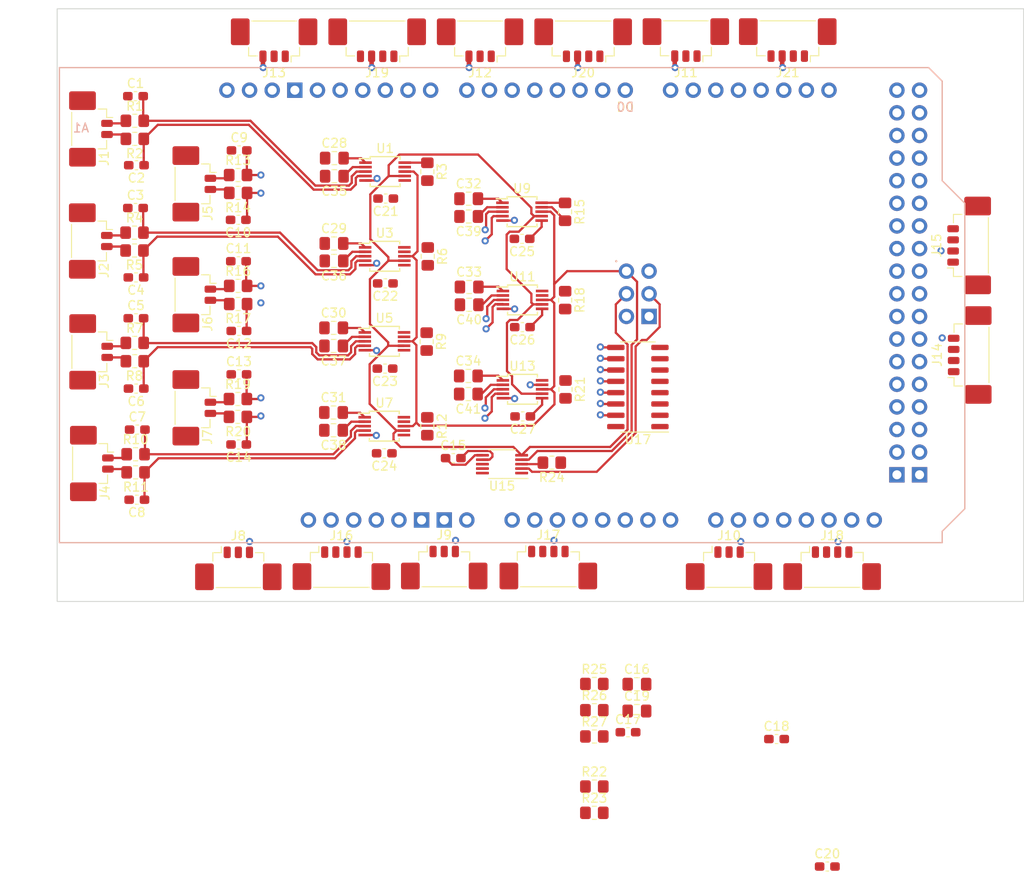
<source format=kicad_pcb>
(kicad_pcb (version 20221018) (generator pcbnew)
  (layers (0 "F.Cu" mixed) (1 "In1.Cu" signal) (2 "In2.Cu" power) (31 "B.Cu" mixed) (34 "B.Paste" user) (35 "F.Paste" user) (36 "B.SilkS" user "B.Silkscreen") (37 "F.SilkS" user "F.Silkscreen") (38 "B.Mask" user) (39 "F.Mask" user) (44 "Edge.Cuts" user))
  (net 0 "")
  (net 1 "/Radio/RX")
  (net 2 "/Radio/TX")
  (net 3 "/Motor Controller Connectors/MOTOR_SP1")
  (net 4 "/Motor Controller Connectors/MOTOR_SP2")
  (net 5 "/Motor Controller Connectors/MOTOR_SP3")
  (net 6 "/Motor Controller Connectors/MOTOR_SP4")
  (net 7 "/Motor Controller Connectors/MOTOR_SP5")
  (net 8 "/Motor Controller Connectors/MOTOR_SP6")
  (net 9 "/Motor Controller Connectors/DIR_LEFT")
  (net 10 "/Motor Controller Connectors/DIR_RIGHT")
  (net 11 "/Motor Encoders/CHA1")
  (net 12 "/Motor Encoders/CHB1")
  (net 13 "/Motor Encoders/CHA2")
  (net 14 "/Motor Encoders/CHB2")
  (net 15 "/Motor Encoders/CHA3")
  (net 16 "/Motor Encoders/CHB3")
  (net 17 "/Motor Encoders/CHA4")
  (net 18 "/Motor Encoders/CHB4")
  (net 19 "/Motor Encoders/CHA5")
  (net 20 "/Motor Encoders/CHB5")
  (net 21 "/Motor Encoders/CHA6")
  (net 22 "/Motor Encoders/CHB6")
  (net 23 "/Diff_Encoder/ENC-A")
  (net 24 "/Diff_Encoder/ENC-B")
  (net 25 "/MOSI")
  (net 26 "Net-(U16-SS_TR)")
  (net 27 "Net-(U16-FB)")
  (net 28 "Net-(J1-Pin_1)")
  (net 29 "Net-(J1-Pin_2)")
  (net 30 "/ADC/CS")
  (net 31 "Net-(J2-Pin_1)")
  (net 32 "Net-(J2-Pin_2)")
  (net 33 "/ADC1/CS")
  (net 34 "Net-(J3-Pin_1)")
  (net 35 "Net-(J3-Pin_2)")
  (net 36 "/ADC2/CS")
  (net 37 "Net-(J4-Pin_1)")
  (net 38 "Net-(J4-Pin_2)")
  (net 39 "/Vsense/ALERT")
  (net 40 "/ADC3/CS")
  (net 41 "Net-(J5-Pin_1)")
  (net 42 "GND")
  (net 43 "+5V")
  (net 44 "+BATT")
  (net 45 "Net-(U15-IN-)")
  (net 46 "+1V8")
  (net 47 "Net-(U13-Ain+)")
  (net 48 "Net-(U13-Ain-)")
  (net 49 "/CLK")
  (net 50 "/MISO")
  (net 51 "Net-(J5-Pin_2)")
  (net 52 "Net-(U11-Ain+)")
  (net 53 "Net-(U11-Ain-)")
  (net 54 "/ADC4/CS")
  (net 55 "Net-(U9-Ain+)")
  (net 56 "Net-(U9-Ain-)")
  (net 57 "Net-(J6-Pin_1)")
  (net 58 "Net-(U7-Ain+)")
  (net 59 "Net-(U7-Ain-)")
  (net 60 "Net-(J6-Pin_2)")
  (net 61 "Net-(U1-Ain+)")
  (net 62 "Net-(U1-Ain-)")
  (net 63 "/ADC5/CS")
  (net 64 "Net-(U5-Ain+)")
  (net 65 "Net-(U5-Ain-)")
  (net 66 "Net-(J7-Pin_1)")
  (net 67 "Net-(U3-Ain+)")
  (net 68 "Net-(U3-Ain-)")
  (net 69 "Net-(J7-Pin_2)")
  (net 70 "/ADC6/CS")
  (net 71 "Net-(U16-PG)")
  (net 72 "/Mux/Y7")
  (net 105 "/Mux/A0")
  (net 106 "/Mux/A1")
  (net 107 "/Mux/A2")
  (net 108 "/Mux/EN")
  (footprint "Connector_Molex:Molex_PicoBlade_53398-0371_1x03-1MP_P1.25mm_Vertical" (layer "F.Cu") (at 53.096 81.0754)
    (fp_text reference "J8")
    (fp_text value "Conn_01x03")
  )
  (footprint "Capacitor_SMD:C_0805_2012Metric_Pad1.18x1.45mm_HandSolder" (layer "F.Cu") (at 78.9119 62.057 180)
    (fp_text reference "C41")
    (fp_text value "1u")
  )
  (footprint "Package_SO:MSOP-10_3x3mm_P0.5mm" (layer "F.Cu") (at 69.5667 37.0746)
    (fp_text reference "U1")
    (fp_text value "MCP33151")
  )
  (footprint "Package_SO:VSSOP-10_3x3mm_P0.5mm" (layer "F.Cu") (at 82.6876 69.9262 180)
    (fp_text reference "U15")
    (fp_text value "INA229")
  )
  (footprint "Connector_Molex:Molex_PicoBlade_53398-0271_1x02-1MP_P1.25mm_Vertical" (layer "F.Cu") (at 37.0874 44.8718 -90)
    (fp_text reference "J2")
    (fp_text value "Conn_01x02")
  )
  (footprint "Capacitor_SMD:C_0805_2012Metric_Pad1.18x1.45mm_HandSolder" (layer "F.Cu") (at 63.7794 66.121 180)
    (fp_text reference "C38")
    (fp_text value "1u")
  )
  (footprint "Connector_Molex:Molex_PicoBlade_53398-0271_1x02-1MP_P1.25mm_Vertical" (layer "F.Cu") (at 48.7084 38.4556 -90)
    (fp_text reference "J5")
    (fp_text value "Conn_01x02")
  )
  (footprint "Resistor_SMD:R_0805_2012Metric_Pad1.20x1.40mm_HandSolder" (layer "F.Cu") (at 89.8105 61.5348 -90)
    (fp_text reference "R21")
    (fp_text value "10K")
  )
  (footprint "Capacitor_SMD:C_0805_2012Metric_Pad1.18x1.45mm_HandSolder" (layer "F.Cu") (at 63.795 56.658 180)
    (fp_text reference "C37")
    (fp_text value "1u")
  )
  (footprint "Connector_Molex:Molex_PicoBlade_53398-0371_1x03-1MP_P1.25mm_Vertical" (layer "F.Cu") (at 57.11 22.882 180)
    (fp_text reference "J13")
    (fp_text value "Conn_01x03")
  )
  (footprint "Connector_Molex:Molex_PicoBlade_53398-0471_1x04-1MP_P1.25mm_Vertical" (layer "F.Cu") (at 134.62 57.668 90)
    (fp_text reference "J14")
    (fp_text value "Conn_01x04")
  )
  (footprint "Connector_Molex:Molex_PicoBlade_53398-0271_1x02-1MP_P1.25mm_Vertical" (layer "F.Cu") (at 37.1294 57.3178 -90)
    (fp_text reference "J3")
    (fp_text value "Conn_01x02")
  )
  (footprint "Package_SO:MSOP-10_3x3mm_P0.5mm" (layer "F.Cu") (at 84.9337 41.5798)
    (fp_text reference "U9")
    (fp_text value "MCP33151")
  )
  (footprint "Capacitor_SMD:C_0603_1608Metric_Pad1.08x0.95mm_HandSolder" (layer "F.Cu") (at 53.0871 42.4942 180)
    (fp_text reference "C10")
    (fp_text value "2.2n")
  )
  (footprint "Capacitor_SMD:C_0603_1608Metric_Pad1.08x0.95mm_HandSolder" (layer "F.Cu") (at 41.5589 28.6058)
    (fp_text reference "C1")
    (fp_text value "2.2n")
  )
  (footprint "Resistor_SMD:R_0805_2012Metric_Pad1.20x1.40mm_HandSolder" (layer "F.Cu") (at 53.0755 49.911)
    (fp_text reference "R16")
    (fp_text value "15")
  )
  (footprint "Capacitor_SMD:C_0805_2012Metric_Pad1.18x1.45mm_HandSolder" (layer "F.Cu") (at 63.8302 47.1076 180)
    (fp_text reference "C36")
    (fp_text value "1u")
  )
  (footprint "Package_SO:MSOP-10_3x3mm_P0.5mm" (layer "F.Cu") (at 69.5257 46.5836)
    (fp_text reference "U3")
    (fp_text value "MCP33151")
  )
  (footprint "Resistor_SMD:R_0805_2012Metric_Pad1.20x1.40mm_HandSolder" (layer "F.Cu") (at 53.0672 37.465)
    (fp_text reference "R13")
    (fp_text value "15")
  )
  (footprint "Resistor_SMD:R_0805_2012Metric_Pad1.20x1.40mm_HandSolder" (layer "F.Cu") (at 93.0448 94.6052)
    (fp_text reference "R25")
    (fp_text value "100k")
  )
  (footprint "arduino-library:Arduino_Mega2560_R3_Shield" (layer "F.Cu") (at 33.02 78.74)
    (fp_text reference "A1")
    (fp_text value "Arduino_Mega2560_R3_Shield")
  )
  (footprint "Resistor_SMD:R_0805_2012Metric_Pad1.20x1.40mm_HandSolder" (layer "F.Cu") (at 93.0448 100.5052)
    (fp_text reference "R27")
    (fp_text value "100k")
  )
  (footprint "Capacitor_SMD:C_0603_1608Metric_Pad1.08x0.95mm_HandSolder" (layer "F.Cu") (at 41.5567 41.1634)
    (fp_text reference "C3")
    (fp_text value "2.2n")
  )
  (footprint "Resistor_SMD:R_0805_2012Metric_Pad1.20x1.40mm_HandSolder" (layer "F.Cu") (at 74.3067 37.0906 -90)
    (fp_text reference "R3")
    (fp_text value "10K")
  )
  (footprint "Capacitor_SMD:C_0603_1608Metric_Pad1.08x0.95mm_HandSolder" (layer "F.Cu") (at 41.6063 53.5432)
    (fp_text reference "C5")
    (fp_text value "2.2n")
  )
  (footprint "Package_SO:MSOP-10_3x3mm_P0.5mm" (layer "F.Cu") (at 69.4905 56.134)
    (fp_text reference "U5")
    (fp_text value "MCP33151")
  )
  (footprint "Capacitor_SMD:C_0603_1608Metric_Pad1.08x0.95mm_HandSolder" (layer "F.Cu") (at 53.1622 59.8424)
    (fp_text reference "C13")
    (fp_text value "2.2n")
  )
  (footprint "Package_SO:SOIC-16_3.9x9.9mm_P1.27mm" (layer "F.Cu") (at 97.9312 61.2648 180)
    (fp_text reference "U17")
    (fp_text value "74HC138")
  )
  (footprint "Resistor_SMD:R_0805_2012Metric_Pad1.20x1.40mm_HandSolder" (layer "F.Cu") (at 74.3009 65.675 -90)
    (fp_text reference "R12")
    (fp_text value "10K")
  )
  (footprint "Capacitor_SMD:C_0603_1608Metric_Pad1.08x0.95mm_HandSolder" (layer "F.Cu") (at 69.558 59.198 180)
    (fp_text reference "C23")
    (fp_text value "0.1u")
  )
  (footprint "Capacitor_SMD:C_0603_1608Metric_Pad1.08x0.95mm_HandSolder" (layer "F.Cu") (at 85.011 64.5668 180)
    (fp_text reference "C27")
    (fp_text value "0.1u")
  )
  (footprint "Capacitor_SMD:C_0603_1608Metric_Pad1.08x0.95mm_HandSolder" (layer "F.Cu") (at 41.6306 61.4426 180)
    (fp_text reference "C6")
    (fp_text value "2.2n")
  )
  (footprint "Capacitor_SMD:C_0805_2012Metric_Pad1.18x1.45mm_HandSolder" (layer "F.Cu") (at 63.8712 37.5986 180)
    (fp_text reference "C35")
    (fp_text value "1u")
  )
  (footprint "Capacitor_SMD:C_0603_1608Metric_Pad1.08x0.95mm_HandSolder" (layer "F.Cu") (at 84.9337 44.6278 180)
    (fp_text reference "C25")
    (fp_text value "0.1u")
  )
  (footprint "Connector_Molex:Molex_PicoBlade_53398-0371_1x03-1MP_P1.25mm_Vertical" (layer "F.Cu") (at 103.318 22.86 180)
    (fp_text reference "J11")
    (fp_text value "Conn_01x03")
  )
  (footprint "Package_SO:MSOP-10_3x3mm_P0.5mm" (layer "F.Cu") (at 84.9845 61.5188)
    (fp_text reference "U13")
    (fp_text value "MCP33151")
  )
  (footprint "Resistor_SMD:R_0805_2012Metric_Pad1.20x1.40mm_HandSolder" (layer "F.Cu") (at 93.0448 97.5552)
    (fp_text reference "R26")
    (fp_text value "200k")
  )
  (footprint "Connector_Molex:Molex_PicoBlade_53398-0271_1x02-1MP_P1.25mm_Vertical" (layer "F.Cu") (at 37.209 69.8554 -90)
    (fp_text reference "J4")
    (fp_text value "Conn_01x02")
  )
  (footprint "Connector_Molex:Molex_PicoBlade_53398-0471_1x04-1MP_P1.25mm_Vertical" (layer "F.Cu") (at 68.677 22.882 180)
    (fp_text reference "J19")
    (fp_text value "Conn_01x04")
  )
  (footprint "Resistor_SMD:R_0805_2012Metric_Pad1.20x1.40mm_HandSolder" (layer "F.Cu") (at 74.3517 46.5996 -90)
    (fp_text reference "R6")
    (fp_text value "10K")
  )
  (footprint "Resistor_SMD:R_0805_2012Metric_Pad1.20x1.40mm_HandSolder" (layer "F.Cu") (at 53.0755 51.947)
    (fp_text reference "R17")
    (fp_text value "15")
  )
  (footprint "Capacitor_SMD:C_0603_1608Metric_Pad1.08x0.95mm_HandSolder" (layer "F.Cu") (at 69.4749 68.707 180)
    (fp_text reference "C24")
    (fp_text value "0.1u")
  )
  (footprint "Capacitor_SMD:C_0603_1608Metric_Pad1.08x0.95mm_HandSolder" (layer "F.Cu") (at 113.4948 100.7912)
    (fp_text reference "C18")
    (fp_text value "10p")
  )
  (footprint "Resistor_SMD:R_0805_2012Metric_Pad1.20x1.40mm_HandSolder" (layer "F.Cu") (at 41.4468 43.932)
    (fp_text reference "R4")
    (fp_text value "15")
  )
  (footprint "Capacitor_SMD:C_0603_1608Metric_Pad1.08x0.95mm_HandSolder" (layer "F.Cu") (at 53.1114 47.1424)
    (fp_text reference "C11")
    (fp_text value "2.2n")
  )
  (footprint "Resistor_SMD:R_0805_2012Metric_Pad1.20x1.40mm_HandSolder" (layer "F.Cu") (at 41.4814 31.3733)
    (fp_text reference "R1")
    (fp_text value "15")
  )
  (footprint "Capacitor_SMD:C_0805_2012Metric_Pad1.18x1.45mm_HandSolder" (layer "F.Cu") (at 78.9471 40.124)
    (fp_text reference "C32")
    (fp_text value "10u")
  )
  (footprint "Resistor_SMD:R_0805_2012Metric_Pad1.20x1.40mm_HandSolder" (layer "F.Cu") (at 89.7695 51.5098 -90)
    (fp_text reference "R18")
    (fp_text value "10K")
  )
  (footprint "Capacitor_SMD:C_0805_2012Metric_Pad1.18x1.45mm_HandSolder" (layer "F.Cu") (at 97.8248 94.6352)
    (fp_text reference "C16")
    (fp_text value "10u")
  )
  (footprint "Capacitor_SMD:C_0805_2012Metric_Pad1.18x1.45mm_HandSolder" (layer "F.Cu") (at 78.9979 50.038)
    (fp_text reference "C33")
    (fp_text value "10u")
  )
  (footprint "Resistor_SMD:R_0805_2012Metric_Pad1.20x1.40mm_HandSolder" (layer "F.Cu") (at 41.4468 45.9386)
    (fp_text reference "R5")
    (fp_text value "15")
  )
  (footprint "Capacitor_SMD:C_0805_2012Metric_Pad1.18x1.45mm_HandSolder" (layer "F.Cu") (at 78.9979 52.032 180)
    (fp_text reference "C40")
    (fp_text value "1u")
  )
  (footprint "Capacitor_SMD:C_0805_2012Metric_Pad1.18x1.45mm_HandSolder" (layer "F.Cu") (at 63.8712 35.5666)
    (fp_text reference "C28")
    (fp_text value "10u")
  )
  (footprint "Capacitor_SMD:C_0603_1608Metric_Pad1.08x0.95mm_HandSolder" (layer "F.Cu") (at 53.1887 34.6964)
    (fp_text reference "C9")
    (fp_text value "2.2n")
  )
  (footprint "Resistor_SMD:R_0805_2012Metric_Pad1.20x1.40mm_HandSolder" (layer "F.Cu") (at 41.4814 33.4053)
    (fp_text reference "R2")
    (fp_text value "15")
  )
  (footprint "Capacitor_SMD:C_0603_1608Metric_Pad1.08x0.95mm_HandSolder" (layer "F.Cu") (at 119.1878 115.1052)
    (fp_text reference "C20")
    (fp_text value "0.1u")
  )
  (footprint "Connector_Molex:Molex_PicoBlade_53398-0371_1x03-1MP_P1.25mm_Vertical" (layer "F.Cu") (at 76.2 80.984)
    (fp_text reference "J9")
    (fp_text value "Conn_01x03")
  )
  (footprint "Connector_Molex:Molex_PicoBlade_53398-0471_1x04-1MP_P1.25mm_Vertical" (layer "F.Cu") (at 119.731 81.05)
    (fp_text reference "J18")
    (fp_text value "Conn_01x04")
  )
  (footprint "Resistor_SMD:R_0805_2012Metric_Pad1.20x1.40mm_HandSolder" (layer "F.Cu") (at 93.0448 109.0752)
    (fp_text reference "R23")
    (fp_text value "R")
  )
  (footprint "Package_SO:MSOP-10_3x3mm_P0.5mm" (layer "F.Cu") (at 69.4749 65.659)
    (fp_text reference "U7")
    (fp_text value "MCP33151")
  )
  (footprint "Capacitor_SMD:C_0603_1608Metric_Pad1.08x0.95mm_HandSolder" (layer "F.Cu") (at 41.6594 36.3628 180)
    (fp_text reference "C2")
    (fp_text value "2.2n")
  )
  (footprint "Capacitor_SMD:C_0603_1608Metric_Pad1.08x0.95mm_HandSolder" (layer "F.Cu") (at 53.1368 67.7164 180)
    (fp_text reference "C14")
    (fp_text value "2.2n")
  )
  (footprint "Capacitor_SMD:C_0603_1608Metric_Pad1.08x0.95mm_HandSolder" (layer "F.Cu") (at 84.97 54.5418 180)
    (fp_text reference "C26")
    (fp_text value "0.1u")
  )
  (footprint "Capacitor_SMD:C_0805_2012Metric_Pad1.18x1.45mm_HandSolder" (layer "F.Cu") (at 97.8248 97.6452)
    (fp_text reference "C19")
    (fp_text value "22u")
  )
  (footprint "Resistor_SMD:R_0805_2012Metric_Pad1.20x1.40mm_HandSolder" (layer "F.Cu") (at 41.5684 68.814)
    (fp_text reference "R10")
    (fp_text value "15")
  )
  (footprint "Connector_Molex:Molex_PicoBlade_53398-0471_1x04-1MP_P1.25mm_Vertical" (layer "F.Cu") (at 87.884 80.984)
    (fp_text reference "J17")
    (fp_text value "Conn_01x04")
  )
  (footprint "Resistor_SMD:R_0805_2012Metric_Pad1.20x1.40mm_HandSolder" (layer "F.Cu") (at 74.2305 56.166 -90)
    (fp_text reference "R9")
    (fp_text value "10K")
  )
  (footprint "Capacitor_SMD:C_0805_2012Metric_Pad1.18x1.45mm_HandSolder" (layer "F.Cu") (at 78.9471 42.118 180)
    (fp_text reference "C39")
    (fp_text value "1u")
  )
  (footprint "Capacitor_SMD:C_0603_1608Metric_Pad1.08x0.95mm_HandSolder" (layer "F.Cu") (at 41.7567 66.0454)
    (fp_text reference "C7")
    (fp_text value "2.2n")
  )
  (footprint "Connector_Molex:Molex_PicoBlade_53398-0371_1x03-1MP_P1.25mm_Vertical" (layer "F.Cu") (at 108.164 81.05)
    (fp_text reference "J10")
    (fp_text value "Conn_01x03")
  )
  (footprint "Capacitor_SMD:C_0805_2012Metric_Pad1.18x1.45mm_HandSolder" (layer "F.Cu") (at 63.795 54.626)
    (fp_text reference "C30")
    (fp_text value "10u")
  )
  (footprint "Capacitor_SMD:C_0603_1608Metric_Pad1.08x0.95mm_HandSolder" (layer "F.Cu") (at 69.5932 49.6316 180)
    (fp_text reference "C22")
    (fp_text value "0.1u")
  )
  (footprint "Capacitor_SMD:C_0805_2012Metric_Pad1.18x1.45mm_HandSolder" (layer "F.Cu") (at 78.9119 60.025)
    (fp_text reference "C34")
    (fp_text value "10u")
  )
  (footprint "Capacitor_SMD:C_0603_1608Metric_Pad1.08x0.95mm_HandSolder" (layer "F.Cu") (at 53.1622 54.9656 180)
    (fp_text reference "C12")
    (fp_text value "2.2n")
  )
  (footprint "Resistor_SMD:R_0805_2012Metric_Pad1.20x1.40mm_HandSolder" (layer "F.Cu") (at 41.4716 56.3118)
    (fp_text reference "R7")
    (fp_text value "15")
  )
  (footprint "Capacitor_SMD:C_0603_1608Metric_Pad1.08x0.95mm_HandSolder" (layer "F.Cu") (at 41.7059 73.9194 180)
    (fp_text reference "C8")
    (fp_text value "2.2n")
  )
  (footprint "Connector_Molex:Molex_PicoBlade_53398-0471_1x04-1MP_P1.25mm_Vertical" (layer "F.Cu") (at 114.748 22.86 180)
    (fp_text reference "J21")
    (fp_text value "Conn_01x04")
  )
  (footprint "Capacitor_SMD:C_0603_1608Metric_Pad1.08x0.95mm_HandSolder" (layer "F.Cu") (at 77.2161 69.2502)
    (fp_text reference "C15")
    (fp_text value "100n")
  )
  (footprint "Resistor_SMD:R_0805_2012Metric_Pad1.20x1.40mm_HandSolder" (layer "F.Cu") (at 89.7597 41.5958 -90)
    (fp_text reference "R15")
    (fp_text value "10K")
  )
  (footprint "Connector_Molex:Molex_PicoBlade_53398-0471_1x04-1MP_P1.25mm_Vertical" (layer "F.Cu") (at 64.663 81.05)
    (fp_text reference "J16")
    (fp_text value "Conn_01x04")
  )
  (footprint "Capacitor_SMD:C_0603_1608Metric_Pad1.08x0.95mm_HandSolder" (layer "F.Cu") (at 96.8248 100.0252)
    (fp_text reference "C17")
    (fp_text value "680p")
  )
  (footprint "Capacitor_SMD:C_0603_1608Metric_Pad1.08x0.95mm_HandSolder" (layer "F.Cu") (at 69.6342 40.1066 180)
    (fp_text reference "C21")
    (fp_text value "0.1u")
  )
  (footprint "Resistor_SMD:R_0805_2012Metric_Pad1.20x1.40mm_HandSolder" (layer "F.Cu") (at 93.0448 106.1252)
    (fp_text reference "R22")
    (fp_text value "R")
  )
  (footprint "Resistor_SMD:R_0805_2012Metric_Pad1.20x1.40mm_HandSolder" (layer "F.Cu") (at 53.0766 39.4716)
    (fp_text reference "R14")
    (fp_text value "15")
  )
  (footprint "Resistor_SMD:R_0805_2012Metric_Pad1.20x1.40mm_HandSolder" (layer "F.Cu") (at 53.0501 62.611)
    (fp_text reference "R19")
    (fp_text value "15")
  )
  (footprint "Resistor_SMD:R_0805_2012Metric_Pad1.20x1.40mm_HandSolder" (layer "F.Cu") (at 41.4782 58.3692)
    (fp_text reference "R8")
    (fp_text value "15")
  )
  (footprint "Capacitor_SMD:C_0805_2012Metric_Pad1.18x1.45mm_HandSolder" (layer "F.Cu") (at 63.7794 64.127)
    (fp_text reference "C31")
    (fp_text value "10u")
  )
  (footprint "Resistor_SMD:R_0805_2012Metric_Pad1.20x1.40mm_HandSolder" (layer "F.Cu") (at 41.5684 70.846)
    (fp_text reference "R11")
    (fp_text value "15")
  )
  (footprint "Package_SO:MSOP-10_3x3mm_P0.5mm" (layer "F.Cu") (at 84.9845 51.4858)
    (fp_text reference "U11")
    (fp_text value "MCP33151")
  )
  (footprint "Connector_Molex:Molex_PicoBlade_53398-0271_1x02-1MP_P1.25mm_Vertical" (layer "F.Cu") (at 48.7084 63.6016 -90)
    (fp_text reference "J7")
    (fp_text value "Conn_01x02")
  )
  (footprint "Connector_Molex:Molex_PicoBlade_53398-0271_1x02-1MP_P1.25mm_Vertical" (layer "F.Cu") (at 37.1074 32.2888 -90)
    (fp_text reference "J1")
    (fp_text value "Conn_01x02")
  )
  (footprint "Connector_Molex:Molex_PicoBlade_53398-0471_1x04-1MP_P1.25mm_Vertical" (layer "F.Cu") (at 134.554 45.369 90)
    (fp_text reference "J15")
    (fp_text value "Conn_01x04")
  )
  (footprint "Capacitor_SMD:C_0805_2012Metric_Pad1.18x1.45mm_HandSolder" (layer "F.Cu") (at 63.8302 45.1476)
    (fp_text reference "C29")
    (fp_text value "10u")
  )
  (footprint "Capacitor_SMD:C_0603_1608Metric_Pad1.08x0.95mm_HandSolder" (layer "F.Cu") (at 41.6097 48.9612 180)
    (fp_text reference "C4")
    (fp_text value "2.2n")
  )
  (footprint "Connector_Molex:Molex_PicoBlade_53398-0471_1x04-1MP_P1.25mm_Vertical" (layer "F.Cu") (at 91.791 22.882 180)
    (fp_text reference "J20")
    (fp_text value "Conn_01x04")
  )
  (footprint "Connector_Molex:Molex_PicoBlade_53398-0271_1x02-1MP_P1.25mm_Vertical" (layer "F.Cu") (at 48.7084 50.9016 -90)
    (fp_text reference "J6")
    (fp_text value "Conn_01x02")
  )
  (footprint "Resistor_SMD:R_0805_2012Metric_Pad1.20x1.40mm_HandSolder" (layer "F.Cu") (at 88.2756 69.7582 180)
    (fp_text reference "R24")
    (fp_text value "10k")
  )
  (footprint "Resistor_SMD:R_0805_2012Metric_Pad1.20x1.40mm_HandSolder" (layer "F.Cu") (at 53.0501 64.6176)
    (fp_text reference "R20")
    (fp_text value "15")
  )
  (footprint "Connector_Molex:Molex_PicoBlade_53398-0371_1x03-1MP_P1.25mm_Vertical" (layer "F.Cu") (at 80.224 22.882 180)
    (fp_text reference "J12")
    (fp_text value "Conn_01x03")
  )
  (gr_rect (start 32.766 18.796) (end 141.224 85.344) (stroke (width 0.1)) (fill none) (layer "Edge.Cuts"))
  (segment (start 81.474 23.989538) (end 81.474 24.132) (width 0.25) (layer "F.Cu") (net 10))
  (segment (start 58.36 24.132) (end 58.46 24.132) (width 0.25) (layer "F.Cu") (net 10))
  (segment (start 104.568 23.967538) (end 104.568 24.11) (width 0.25) (layer "F.Cu") (net 10))
  (segment (start 98.2896 56.0916) (end 98.3996 55.9816) (width 0.25) (layer "F.Cu") (net 25))
  (segment (start 100.3756 51.9886) (end 99.187 50.8) (width 0.25) (layer "F.Cu") (net 25))
  (segment (start 98.9226 55.9816) (end 100.3756 54.5286) (width 0.25) (layer "F.Cu") (net 25))
  (segment (start 86.0486 70.7832) (end 93.313657 70.7832) (width 0.25) (layer "F.Cu") (net 25))
  (segment (start 100.3756 54.5286) (end 100.3756 51.9886) (width 0.25) (layer "F.Cu") (net 25))
  (segment (start 84.8876 70.4262) (end 85.6916 70.4262) (width 0.25) (layer "F.Cu") (net 25))
  (segment (start 97.68 66.416857) (end 97.68 56.717371) (width 0.25) (layer "F.Cu") (net 25))
  (segment (start 98.3996 55.9816) (end 98.9226 55.9816) (width 0.25) (layer "F.Cu") (net 25))
  (segment (start 98.2896 56.107771) (end 98.2896 56.0916) (width 0.25) (layer "F.Cu") (net 25))
  (segment (start 85.6916 70.4262) (end 86.0486 70.7832) (width 0.25) (layer "F.Cu") (net 25))
  (segment (start 97.68 56.717371) (end 98.2896 56.107771) (width 0.25) (layer "F.Cu") (net 25))
  (segment (start 93.313657 70.7832) (end 97.68 66.416857) (width 0.25) (layer "F.Cu") (net 25))
  (segment (start 40.1909 31.6638) (end 40.4814 31.3733) (width 0.254) (layer "F.Cu") (net 28))
  (segment (start 38.3574 31.6638) (end 40.1909 31.6638) (width 0.254) (layer "F.Cu") (net 28))
  (segment (start 39.9899 32.9138) (end 40.4814 33.4053) (width 0.254) (layer "F.Cu") (net 29))
  (segment (start 38.3574 32.9138) (end 39.9899 32.9138) (width 0.254) (layer "F.Cu") (net 29))
  (segment (start 95.4562 64.4398) (end 93.7768 64.4398) (width 0.254) (layer "F.Cu") (net 30))
  (segment (start 93.7768 64.4398) (end 93.726 64.389) (width 0.254) (layer "F.Cu") (net 30))
  (via (at 93.726 64.389) (size 0.8) (drill 0.4) (layers "F.Cu" "B.Cu") (net 30))
  (segment (start 40.132 44.2468) (end 40.4468 43.932) (width 0.254) (layer "F.Cu") (net 31))
  (segment (start 38.3374 44.2468) (end 40.132 44.2468) (width 0.254) (layer "F.Cu") (net 31))
  (segment (start 40.005 45.4968) (end 40.4468 45.9386) (width 0.254) (layer "F.Cu") (net 32))
  (segment (start 38.3374 45.4968) (end 40.005 45.4968) (width 0.254) (layer "F.Cu") (net 32))
  (segment (start 95.4562 63.1698) (end 93.7768 63.1698) (width 0.254) (layer "F.Cu") (net 33))
  (segment (start 93.7768 63.1698) (end 93.726 63.119) (width 0.254) (layer "F.Cu") (net 33))
  (via (at 93.726 63.119) (size 0.8) (drill 0.4) (layers "F.Cu" "B.Cu") (net 33))
  (segment (start 40.0906 56.6928) (end 40.4716 56.3118) (width 0.254) (layer "F.Cu") (net 34))
  (segment (start 38.3794 56.6928) (end 40.0906 56.6928) (width 0.254) (layer "F.Cu") (net 34))
  (segment (start 38.3794 57.9428) (end 40.0518 57.9428) (width 0.254) (layer "F.Cu") (net 35))
  (segment (start 40.0518 57.9428) (end 40.4782 58.3692) (width 0.254) (layer "F.Cu") (net 35))
  (segment (start 95.4562 61.8998) (end 93.7768 61.8998) (width 0.254) (layer "F.Cu") (net 36))
  (segment (start 93.7768 61.8998) (end 93.726 61.849) (width 0.254) (layer "F.Cu") (net 36))
  (via (at 93.726 61.849) (size 0.8) (drill 0.4) (layers "F.Cu" "B.Cu") (net 36))
  (segment (start 38.459 69.2304) (end 40.152 69.2304) (width 0.254) (layer "F.Cu") (net 37))
  (segment (start 40.152 69.2304) (end 40.5684 68.814) (width 0.254) (layer "F.Cu") (net 37))
  (segment (start 40.2028 70.4804) (end 40.5684 70.846) (width 0.254) (layer "F.Cu") (net 38))
  (segment (start 38.459 70.4804) (end 40.2028 70.4804) (width 0.254) (layer "F.Cu") (net 38))
  (segment (start 87.1076 69.9262) (end 87.2756 69.7582) (width 0.25) (layer "F.Cu") (net 39))
  (segment (start 84.8876 69.9262) (end 87.1076 69.9262) (width 0.25) (layer "F.Cu") (net 39))
  (segment (start 95.4562 60.6298) (end 93.7768 60.6298) (width 0.254) (layer "F.Cu") (net 40))
  (segment (start 93.7768 60.6298) (end 93.726 60.579) (width 0.254) (layer "F.Cu") (net 40))
  (via (at 93.726 60.579) (size 0.8) (drill 0.4) (layers "F.Cu" "B.Cu") (net 40))
  (segment (start 51.7016 37.8306) (end 52.0672 37.465) (width 0.254) (layer "F.Cu") (net 41))
  (segment (start 49.9584 37.8306) (end 51.7016 37.8306) (width 0.254) (layer "F.Cu") (net 41))
  (segment (start 78.974 24.132) (end 78.974 25.38) (width 0.508) (layer "F.Cu") (net 42))
  (segment (start 68.052 24.132) (end 68.052 25.38) (width 0.508) (layer "F.Cu") (net 42))
  (segment (start 91.166 24.132) (end 91.166 25.38) (width 0.508) (layer "F.Cu") (net 42))
  (segment (start 67.2749 66.659) (end 68.5386 66.659) (width 0.254) (layer "F.Cu") (net 42))
  (segment (start 68.052 25.38) (end 68.072 25.4) (width 0.508) (layer "F.Cu") (net 42))
  (segment (start 68.406772 47.5836) (end 68.621282 47.36909) (width 0.254) (layer "F.Cu") (net 42))
  (segment (start 78.586121 69.9887) (end 77.0921 69.9887) (width 0.254) (layer "F.Cu") (net 42))
  (segment (start 84.0392 42.5798) (end 84.074 42.545) (width 0.254) (layer "F.Cu") (net 42))
  (segment (start 78.974 25.38) (end 78.994 25.4) (width 0.508) (layer "F.Cu") (net 42))
  (segment (start 84.058 62.5188) (end 84.0994 62.5602) (width 0.254) (layer "F.Cu") (net 42))
  (segment (start 68.5386 66.659) (end 68.58 66.7004) (width 0.254) (layer "F.Cu") (net 42))
  (segment (start 82.7845 62.5188) (end 84.058 62.5188) (width 0.254) (layer "F.Cu") (net 42))
  (segment (start 68.44093 38.0746) (end 68.661977 37.853553) (width 0.254) (layer "F.Cu") (net 42))
  (segment (start 80.4876 68.9262) (end 79.648621 68.9262) (width 0.254) (layer "F.Cu") (net 42))
  (segment (start 79.648621 68.9262) (end 78.586121 69.9887) (width 0.254) (layer "F.Cu") (net 42))
  (segment (start 114.123 25.35) (end 114.173 25.4) (width 0.508) (layer "F.Cu") (net 42))
  (segment (start 84.0834 52.4858) (end 84.0994 52.5018) (width 0.254) (layer "F.Cu") (net 42))
  (segment (start 68.564 57.134) (end 68.6054 57.1754) (width 0.254) (layer "F.Cu") (net 42))
  (segment (start 82.7337 42.5798) (end 84.0392 42.5798) (width 0.254) (layer "F.Cu") (net 42))
  (segment (start 102.068 25.36) (end 102.108 25.4) (width 0.508) (layer "F.Cu") (net 42))
  (segment (start 67.2905 57.134) (end 68.564 57.134) (width 0.254) (layer "F.Cu") (net 42))
  (segment (start 82.7845 52.4858) (end 84.0834 52.4858) (width 0.254) (layer "F.Cu") (net 42))
  (segment (start 67.3257 47.5836) (end 68.406772 47.5836) (width 0.254) (layer "F.Cu") (net 42))
  (segment (start 77.0921 69.9887) (end 76.3536 69.2502) (width 0.254) (layer "F.Cu") (net 42))
  (segment (start 55.86 25.38) (end 55.88 25.4) (width 0.25) (layer "F.Cu") (net 42))
  (segment (start 55.86 24.132) (end 55.86 25.38) (width 0.508) (layer "F.Cu") (net 42))
  (segment (start 102.068 24.11) (end 102.068 25.36) (width 0.508) (layer "F.Cu") (net 42))
  (segment (start 67.3667 38.0746) (end 68.44093 38.0746) (width 0.254) (layer "F.Cu") (net 42))
  (segment (start 91.166 25.38) (end 91.186 25.4) (width 0.508) (layer "F.Cu") (net 42))
  (segment (start 114.123 24.11) (end 114.123 25.35) (width 0.508) (layer "F.Cu") (net 42))
  (via (at 68.621282 47.36909) (size 0.8) (drill 0.4) (layers "F.Cu" "B.Cu") (net 42))
  (via (at 109.474 78.613) (size 0.8) (drill 0.4) (layers "F.Cu" "B.Cu") (net 42))
  (via (at 131.953 45.974) (size 0.8) (drill 0.4) (layers "F.Cu" "B.Cu") (net 42))
  (via (at 88.519 78.486) (size 0.8) (drill 0.4) (layers "F.Cu" "B.Cu") (net 42))
  (via (at 91.186 25.4) (size 0.8) (drill 0.4) (layers "F.Cu" "B.Cu") (net 42))
  (via (at 55.88 25.4) (size 0.8) (drill 0.4) (layers "F.Cu" "B.Cu") (net 42))
  (via (at 120.396 78.613) (size 0.8) (drill 0.4) (layers "F.Cu" "B.Cu") (net 42))
  (via (at 84.0994 52.5018) (size 0.8) (drill 0.4) (layers "F.Cu" "B.Cu") (net 42))
  (via (at 114.173 25.4) (size 0.8) (drill 0.4) (layers "F.Cu" "B.Cu") (net 42))
  (via (at 84.0994 62.5602) (size 0.8) (drill 0.4) (layers "F.Cu" "B.Cu") (net 42))
  (via (at 68.6054 57.1754) (size 0.8) (drill 0.4) (layers "F.Cu" "B.Cu") (net 42))
  (via (at 132.08 55.753) (size 0.8) (drill 0.4) (layers "F.Cu" "B.Cu") (net 42))
  (via (at 78.994 25.4) (size 0.8) (drill 0.4) (layers "F.Cu" "B.Cu") (net 42))
  (via (at 65.278 78.613) (size 0.8) (drill 0.4) (layers "F.Cu" "B.Cu") (net 42))
  (via (at 102.108 25.4) (size 0.8) (drill 0.4) (layers "F.Cu" "B.Cu") (net 42))
  (via (at 68.072 25.4) (size 0.8) (drill 0.4) (layers "F.Cu" "B.Cu") (net 42))
  (via (at 77.47 78.486) (size 0.8) (drill 0.4) (layers "F.Cu" "B.Cu") (net 42))
  (via (at 84.074 42.545) (size 0.8) (drill 0.4) (layers "F.Cu" "B.Cu") (net 42))
  (via (at 68.661977 37.853553) (size 0.8) (drill 0.4) (layers "F.Cu" "B.Cu") (net 42))
  (via (at 68.58 66.7004) (size 0.8) (drill 0.4) (layers "F.Cu" "B.Cu") (net 42))
  (via (at 54.356 78.613) (size 0.8) (drill 0.4) (layers "F.Cu" "B.Cu") (net 42))
  (segment (start 78.8776 68.4512) (end 81.303285 68.4512) (width 0.25) (layer "F.Cu") (net 43))
  (segment (start 87.1337 43.2903) (end 87.1337 42.5798) (width 0.254) (layer "F.Cu") (net 43))
  (segment (start 80.4985 50.0078) (end 82.3065 50.0078) (width 0.254) (layer "F.Cu") (net 43))
  (segment (start 67.2749 64.659) (end 66.7763 64.1604) (width 0.254) (layer "F.Cu") (net 43))
  (segment (start 66.8775 35.5854) (end 67.3667 36.0746) (width 0.254) (layer "F.Cu") (net 43))
  (segment (start 64.8325 54.626) (end 64.8419 54.6354) (width 0.254) (layer "F.Cu") (net 43))
  (segment (start 81.6102 69.094285) (end 81.278285 69.4262) (width 0.25) (layer "F.Cu") (net 43))
  (segment (start 80.4125 59.9948) (end 82.2706 59.9948) (width 0.254) (layer "F.Cu") (net 43))
  (segment (start 82.2706 59.9948) (end 82.7845 60.5087) (width 0.254) (layer "F.Cu") (net 43))
  (segment (start 87.1337 40.5798) (end 89.7437 40.5798) (width 0.254) (layer "F.Cu") (net 43))
  (segment (start 85.7962 44.6278) (end 87.1337 43.2903) (width 0.254) (layer "F.Cu") (net 43))
  (segment (start 82.2859 40.132) (end 79.9926 40.132) (width 0.254) (layer "F.Cu") (net 43))
  (segment (start 87.1845 53.1898) (end 85.8325 54.5418) (width 0.254) (layer "F.Cu") (net 43))
  (segment (start 64.8419 54.6354) (end 66.7919 54.6354) (width 0.254) (layer "F.Cu") (net 43))
  (segment (start 64.9087 35.5666) (end 64.9275 35.5854) (width 0.254) (layer "F.Cu") (net 43))
  (segment (start 74.2907 36.0746) (end 74.3067 36.0906) (width 0.254) (layer "F.Cu") (net 43))
  (segment (start 78.0786 69.2502) (end 78.8776 68.4512) (width 0.25) (layer "F.Cu") (net 43))
  (segment (start 87.1845 63.2558) (end 85.8735 64.5668) (width 0.254) (layer "F.Cu") (net 43))
  (segment (start 87.1845 52.4858) (end 87.1845 53.1898) (width 0.254) (layer "F.Cu") (net 43))
  (segment (start 71.7667 36.0746) (end 74.2907 36.0746) (width 0.254) (layer "F.Cu") (net 43))
  (segment (start 66.7919 54.6354) (end 67.2905 55.134) (width 0.254) (layer "F.Cu") (net 43))
  (segment (start 82.7337 40.5798) (end 82.2859 40.132) (width 0.254) (layer "F.Cu") (net 43))
  (segment (start 89.7437 40.5798) (end 89.7597 40.5958) (width 0.254) (layer "F.Cu") (net 43))
  (segment (start 81.303285 68.4512) (end 81.6102 68.758115) (width 0.25) (layer "F.Cu") (net 43))
  (segment (start 81.278285 69.4262) (end 80.4876 69.4262) (width 0.25) (layer "F.Cu") (net 43))
  (segment (start 66.8779 45.1358) (end 67.3257 45.5836) (width 0.254) (layer "F.Cu") (net 43))
  (segment (start 79.9926 40.132) (end 79.9846 40.124) (width 0.254) (layer "F.Cu") (net 43))
  (segment (start 81.6102 68.758115) (end 81.6102 69.094285) (width 0.25) (layer "F.Cu") (net 43))
  (segment (start 66.7763 64.1604) (end 64.8503 64.1604) (width 0.254) (layer "F.Cu") (net 43))
  (segment (start 82.3065 50.0078) (end 82.7845 50.4858) (width 0.254) (layer "F.Cu") (net 43))
  (segment (start 64.8677 45.1476) (end 64.8795 45.1358) (width 0.254) (layer "F.Cu") (net 43))
  (segment (start 64.9275 35.5854) (end 66.8775 35.5854) (width 0.254) (layer "F.Cu") (net 43))
  (segment (start 64.8795 45.1358) (end 66.8779 45.1358) (width 0.254) (layer "F.Cu") (net 43))
  (segment (start 82.7845 60.5087) (end 82.7845 60.5188) (width 0.254) (layer "F.Cu") (net 43))
  (segment (start 87.1845 62.5188) (end 87.1845 63.2558) (width 0.254) (layer "F.Cu") (net 43))
  (segment (start 78.0786 69.2502) (end 78.2546 69.4262) (width 0.25) (layer "F.Cu") (net 43))
  (segment (start 64.8503 64.1604) (end 64.8169 64.127) (width 0.254) (layer "F.Cu") (net 43))
  (segment (start 80.4985 52.0018) (end 81.5145 50.9858) (width 0.254) (layer "F.Cu") (net 46))
  (segment (start 81.5145 50.9858) (end 82.7845 50.9858) (width 0.254) (layer "F.Cu") (net 46))
  (segment (start 80.4125 62.0268) (end 81.4205 61.0188) (width 0.254) (layer "F.Cu") (net 46))
  (segment (start 65.8917 46.0836) (end 67.3257 46.0836) (width 0.254) (layer "F.Cu") (net 46))
  (segment (start 64.9087 37.5986) (end 65.9327 36.5746) (width 0.254) (layer "F.Cu") (net 46))
  (segment (start 64.8677 47.1076) (end 65.8917 46.0836) (width 0.254) (layer "F.Cu") (net 46))
  (segment (start 79.9846 42.118) (end 81.0228 41.0798) (width 0.254) (layer "F.Cu") (net 46))
  (segment (start 65.8565 55.634) (end 67.2905 55.634) (width 0.254) (layer "F.Cu") (net 46))
  (segment (start 81.0228 41.0798) (end 82.7337 41.0798) (width 0.254) (layer "F.Cu") (net 46))
  (segment (start 65.9327 36.5746) (end 67.3667 36.5746) (width 0.254) (layer "F.Cu") (net 46))
  (segment (start 64.8325 56.658) (end 65.8565 55.634) (width 0.254) (layer "F.Cu") (net 46))
  (segment (start 64.8169 66.121) (end 65.7789 65.159) (width 0.254) (layer "F.Cu") (net 46))
  (segment (start 81.4205 61.0188) (end 82.7845 61.0188) (width 0.254) (layer "F.Cu") (net 46))
  (segment (start 65.7789 65.159) (end 67.2749 65.159) (width 0.254) (layer "F.Cu") (net 46))
  (segment (start 54.0247 62.5856) (end 54.0501 62.611) (width 0.254) (layer "F.Cu") (net 47))
  (segment (start 54.0247 59.8424) (end 54.0247 62.5856) (width 0.254) (layer "F.Cu") (net 47))
  (segment (start 80.8639 62.4354) (end 80.8639 63.5351) (width 0.254) (layer "F.Cu") (net 47))
  (segment (start 80.8639 63.5351) (end 80.772 63.627) (width 0.254) (layer "F.Cu") (net 47))
  (segment (start 54.0501 62.611) (end 55.499 62.611) (width 0.254) (layer "F.Cu") (net 47))
  (segment (start 55.499 62.611) (end 55.626 62.484) (width 0.254) (layer "F.Cu") (net 47))
  (segment (start 81.7805 61.5188) (end 80.8639 62.4354) (width 0.254) (layer "F.Cu") (net 47))
  (segment (start 82.7845 61.5188) (end 81.7805 61.5188) (width 0.254) (layer "F.Cu") (net 47))
  (via (at 80.772 63.627) (size 0.8) (drill 0.4) (layers "F.Cu" "B.Cu") (net 47))
  (via (at 55.626 62.484) (size 0.8) (drill 0.4) (layers "F.Cu" "B.Cu") (net 47))
  (segment (start 81.922552 62.0188) (end 82.7845 62.0188) (width 0.254) (layer "F.Cu") (net 48))
  (segment (start 54.0501 67.6656) (end 53.9993 67.7164) (width 0.254) (layer "F.Cu") (net 48))
  (segment (start 81.534 64.008) (end 81.534 62.407352) (width 0.254) (layer "F.Cu") (net 48))
  (segment (start 54.0501 64.6176) (end 55.5244 64.6176) (width 0.254) (layer "F.Cu") (net 48))
  (segment (start 80.772 64.77) (end 81.534 64.008) (width 0.254) (layer "F.Cu") (net 48))
  (segment (start 55.5244 64.6176) (end 55.626 64.516) (width 0.254) (layer "F.Cu") (net 48))
  (segment (start 81.534 62.407352) (end 81.922552 62.0188) (width 0.254) (layer "F.Cu") (net 48))
  (segment (start 54.0501 64.6176) (end 54.0501 67.6656) (width 0.254) (layer "F.Cu") (net 48))
  (via (at 80.772 64.77) (size 0.8) (drill 0.4) (layers "F.Cu" "B.Cu") (net 48))
  (via (at 55.626 64.516) (size 0.8) (drill 0.4) (layers "F.Cu" "B.Cu") (net 48))
  (segment (start 86.2758 42.0798) (end 87.1337 42.0798) (width 0.254) (layer "F.Cu") (net 49))
  (segment (start 67.831 58.7118) (end 69.9088 56.634) (width 0.254) (layer "F.Cu") (net 49))
  (segment (start 96.774 56.4896) (end 96.774 56.7182) (width 0.25) (layer "F.Cu") (net 49))
  (segment (start 95.4584 55.174) (end 96.774 56.4896) (width 0.25) (layer "F.Cu") (net 49))
  (segment (start 86.1805 51.9858) (end 87.1845 51.9858) (width 0.254) (layer "F.Cu") (net 49))
  (segment (start 69.967876 36.369424) (end 71.1737 35.1636) (width 0.254) (layer "F.Cu") (net 49))
  (segment (start 71.1737 35.1636) (end 79.9946 35.1636) (width 0.254) (layer "F.Cu") (net 49))
  (segment (start 69.967876 37.5746) (end 71.7667 37.5746) (width 0.254) (layer "F.Cu") (net 49))
  (segment (start 67.831 63.1574) (end 67.831 58.7118) (width 0.254) (layer "F.Cu") (net 49))
  (segment (start 84.4265 53.7398) (end 86.1805 51.9858) (width 0.254) (layer "F.Cu") (net 49))
  (segment (start 69.9342 47.0836) (end 69.9342 46.6881) (width 0.254) (layer "F.Cu") (net 49))
  (segment (start 95.4584 51.9886) (end 95.4584 55.174) (width 0.25) (layer "F.Cu") (net 49))
  (segment (start 83.2067 44.156476) (end 83.2067 48.0277) (width 0.254) (layer "F.Cu") (net 49))
  (segment (start 67.9072 39.635276) (end 69.967876 37.5746) (width 0.254) (layer "F.Cu") (net 49))
  (segment (start 69.967876 37.5746) (end 69.967876 36.369424) (width 0.254) (layer "F.Cu") (net 49))
  (segment (start 85.818 67.9958) (end 84.8876 68.9262) (width 0.254) (layer "F.Cu") (net 49))
  (segment (start 86.2758 42.1212) (end 84.5712 43.8258) (width 0.254) (layer "F.Cu") (net 49))
  (segment (start 84.8876 68.9262) (end 83.9572 67.9958) (width 0.254) (layer "F.Cu") (net 49))
  (segment (start 83.9572 67.9958) (end 71.2978 67.9958) (width 0.254) (layer "F.Cu") (net 49))
  (segment (start 70.5104 66.4972) (end 70.8486 66.159) (width 0.254) (layer "F.Cu") (net 49))
  (segment (start 70.8486 66.159) (end 70.8326 66.159) (width 0.254) (layer "F.Cu") (net 49))
  (segment (start 84.8788 62.0188) (end 83.8115 60.9515) (width 0.254) (layer "F.Cu") (net 49))
  (segment (start 67.8662 49.1516) (end 69.9342 47.0836) (width 0.254) (layer "F.Cu") (net 49))
  (segment (start 83.243 54.070476) (end 83.573676 53.7398) (width 0.254) (layer "F.Cu") (net 49))
  (segment (start 67.8662 54.2057) (end 67.8662 49.1516) (width 0.254) (layer "F.Cu") (net 49))
  (segment (start 85.979 50.8) (end 85.979 51.7843) (width 0.254) (layer "F.Cu") (net 49))
  (segment (start 85.979 41.148) (end 85.979 41.783) (width 0.254) (layer "F.Cu") (net 49))
  (segment (start 96.647 50.8) (end 95.4584 51.9886) (width 0.25) (layer "F.Cu") (net 49))
  (segment (start 69.9342 47.0836) (end 71.7257 47.0836) (width 0.254) (layer "F.Cu") (net 49))
  (segment (start 85.979 41.783) (end 86.2758 42.0798) (width 0.254) (layer "F.Cu") (net 49))
  (segment (start 69.9088 56.2483) (end 67.8662 54.2057) (width 0.254) (layer "F.Cu") (net 49))
  (segment (start 87.1845 62.0188) (end 84.8788 62.0188) (width 0.254) (layer "F.Cu") (net 49))
  (segment (start 94.81978 67.9958) (end 85.818 67.9958) (width 0.254) (layer "F.Cu") (net 49))
  (segment (start 84.5712 43.8258) (end 83.537376 43.8258) (width 0.254) (layer "F.Cu") (net 49))
  (segment (start 71.2978 67.9958) (end 70.5104 67.2084) (width 0.254) (layer "F.Cu") (net 49))
  (segment (start 69.9088 56.634) (end 69.9088 56.2483) (width 0.254) (layer "F.Cu") (net 49))
  (segment (start 85.979 51.7843) (end 86.1805 51.9858) (width 0.254) (layer "F.Cu") (net 49))
  (segment (start 79.9946 35.1636) (end 85.979 41.148) (width 0.254) (layer "F.Cu") (net 49))
  (segment (start 67.9072 44.6611) (end 67.9072 39.635276) (width 0.254) (layer "F.Cu") (net 49))
  (segment (start 83.243 59.4733) (end 83.243 54.070476) (width 0.254) (layer "F.Cu") (net 49))
  (segment (start 86.2758 42.0798) (end 86.2758 42.1212) (width 0.254) (layer "F.Cu") (net 49))
  (segment (start 83.537376 43.8258) (end 83.2067 44.156476) (width 0.254) (layer "F.Cu") (net 49))
  (segment (start 96.774 66.04158) (end 94.81978 67.9958) (width 0.254) (layer "F.Cu") (net 49))
  (segment (start 96.774 56.7182) (end 96.774 66.04158) (width 0.254) (layer "F.Cu") (net 49))
  (segment (start 83.573676 53.7398) (end 84.4265 53.7398) (width 0.254) (layer "F.Cu") (net 49))
  (segment (start 83.2067 48.0277) (end 85.979 50.8) (width 0.254) (layer "F.Cu") (net 49))
  (segment (start 69.9342 46.6881) (end 67.9072 44.6611) (width 0.254) (layer "F.Cu") (net 49))
  (segment (start 83.8115 60.9515) (end 83.8115 60.0418) (width 0.254) (layer "F.Cu") (net 49))
  (segment (start 70.5104 67.2084) (end 70.5104 66.4972) (width 0.254) (layer "F.Cu") (net 49))
  (segment (start 70.8486 66.159) (end 71.6749 66.159) (width 0.254) (layer "F.Cu") (net 49))
  (segment (start 70.8326 66.159) (end 67.831 63.1574) (width 0.254) (layer "F.Cu") (net 49))
  (segment (start 69.9088 56.634) (end 71.6905 56.634) (width 0.254) (layer "F.Cu") (net 49))
  (segment (start 83.8115 60.0418) (end 83.243 59.4733) (width 0.254) (layer "F.Cu") (net 49))
  (segment (start 95.007832 68.4498) (end 86.657514 68.4498) (width 0.254) (layer "F.Cu") (net 50))
  (segment (start 88.5698 61.8998) (end 88.5698 63.206324) (width 0.254) (layer "F.Cu") (net 50))
  (segment (start 88.1885 61.5188) (end 88.2115 61.5418) (width 0.254) (layer "F.Cu") (net 50))
  (segment (start 96.647 48.26) (end 89.9922 48.26) (width 0.254) (layer "F.Cu") (net 50))
  (segment (start 72.6749 65.659) (end 71.6749 65.659) (width 0.25) (layer "F.Cu") (net 50))
  (segment (start 88.1377 41.5798) (end 88.5444 41.9865) (width 0.254) (layer "F.Cu") (net 50))
  (segment (start 88.1377 41.5798) (end 87.1337 41.5798) (width 0.254) (layer "F.Cu") (net 50))
  (segment (start 89.9922 48.26) (end 88.5444 49.7078) (width 0.254) (layer "F.Cu") (net 50))
  (segment (start 88.1885 51.4858) (end 88.5444 51.8417) (width 0.254) (layer "F.Cu") (net 50))
  (segment (start 72.644 46.5836) (end 71.7257 46.5836) (width 0.25) (layer "F.Cu") (net 50))
  (segment (start 88.5444 41.9865) (end 88.5444 49.7078) (width 0.254) (layer "F.Cu") (net 50))
  (segment (start 96.647 48.26) (end 97.8376 49.4506) (width 0.254) (layer "F.Cu") (net 50))
  (segment (start 73.2028 46.0248) (end 72.644 46.5836) (width 0.25) (layer "F.Cu") (net 50))
  (segment (start 97.228 66.229633) (end 95.007832 68.4498) (width 0.254) (layer "F.Cu") (net 50))
  (segment (start 73.1012 55.6768) (end 72.644 56.134) (width 0.25) (layer "F.Cu") (net 50))
  (segment (start 72.644 46.5836) (end 73.1012 47.0408) (width 0.25) (layer "F.Cu") (net 50))
  (segment (start 86.657514 68.4498) (end 85.681114 69.4262) (width 0.254) (layer "F.Cu") (net 50))
  (segment (start 88.2115 61.5418) (end 88.2118 61.5418) (width 0.254) (layer "F.Cu") (net 50))
  (segment (start 88.1885 61.5188) (end 87.1845 61.5188) (width 0.254) (layer "F.Cu") (net 50))
  (segment (start 85.681114 69.4262) (end 84.8876 69.4262) (width 0.254) (layer "F.Cu") (net 50))
  (segment (start 86.174124 65.602) (end 73.4197 65.602) (width 0.254) (layer "F.Cu") (net 50))
  (segment (start 73.2028 37.5107) (end 73.2028 46.0248) (width 0.25) (layer "F.Cu") (net 50))
  (segment (start 71.7667 37.0746) (end 72.7667 37.0746) (width 0.25) (layer "F.Cu") (net 50))
  (segment (start 88.5444 51.1299) (end 88.1885 51.4858) (width 0.254) (layer "F.Cu") (net 50))
  (segment (start 73.1012 47.0408) (end 73.1012 55.6768) (width 0.25) (layer "F.Cu") (net 50))
  (segment (start 88.5698 63.206324) (end 86.174124 65.602) (width 0.254) (layer "F.Cu") (net 50))
  (segment (start 97.8376 49.4506) (end 97.8376 55.920547) (width 0.254) (layer "F.Cu") (net 50))
  (segment (start 88.5444 51.8417) (end 88.5444 61.1629) (width 0.254) (layer "F.Cu") (net 50))
  (segment (start 72.644 56.134) (end 73.0758 56.5658) (width 0.25) (layer "F.Cu") (net 50))
  (segment (start 73.0758 56.5658) (end 73.0758 65.2581) (width 0.25) (layer "F.Cu") (net 50))
  (segment (start 73.0758 65.2581) (end 72.6749 65.659) (width 0.25) (layer "F.Cu") (net 50))
  (segment (start 88.2118 61.5418) (end 88.5698 61.8998) (width 0.254) (layer "F.Cu") (net 50))
  (segment (start 88.5444 49.7078) (end 88.5444 51.1299) (width 0.254) (layer "F.Cu") (net 50))
  (segment (start 72.7667 37.0746) (end 73.2028 37.5107) (width 0.25) (layer "F.Cu") (net 50))
  (segment (start 88.5444 61.1629) (end 88.1885 61.5188) (width 0.254) (layer "F.Cu") (net 50))
  (segment (start 73.4197 65.602) (end 73.0758 65.2581) (width 0.254) (layer "F.Cu") (net 50))
  (segment (start 72.644 56.134) (end 71.6905 56.134) (width 0.25) (layer "F.Cu") (net 50))
  (segment (start 97.8376 55.920547) (end 97.228 56.530147) (width 0.254) (layer "F.Cu") (net 50))
  (segment (start 97.228 56.530147) (end 97.228 66.229633) (width 0.254) (layer "F.Cu") (net 50))
  (segment (start 88.1885 51.4858) (end 87.1845 51.4858) (width 0.254) (layer "F.Cu") (net 50))
  (segment (start 51.6856 39.0806) (end 52.0766 39.4716) (width 0.254) (layer "F.Cu") (net 51))
  (segment (start 49.9584 39.0806) (end 51.6856 39.0806) (width 0.254) (layer "F.Cu") (net 51))
  (segment (start 54.0755 49.911) (end 55.626 49.911) (width 0.254) (layer "F.Cu") (net 52))
  (segment (start 81.7805 51.4858) (end 81.026 52.2403) (width 0.254) (layer "F.Cu") (net 52))
  (segment (start 53.9739 47.1424) (end 53.9739 49.8094) (width 0.254) (layer "F.Cu") (net 52))
  (segment (start 53.9739 49.8094) (end 54.0755 49.911) (width 0.254) (layer "F.Cu") (net 52))
  (segment (start 82.7845 51.4858) (end 81.7805 51.4858) (width 0.254) (layer "F.Cu") (net 52))
  (segment (start 81.026 53.467) (end 80.899 53.594) (width 0.254) (layer "F.Cu") (net 52))
  (segment (start 81.026 52.2403) (end 81.026 53.467) (width 0.254) (layer "F.Cu") (net 52))
  (via (at 55.626 49.911) (size 0.8) (drill 0.4) (layers "F.Cu" "B.Cu") (net 52))
  (via (at 80.899 53.594) (size 0.8) (drill 0.4) (layers "F.Cu" "B.Cu") (net 52))
  (segment (start 81.945552 51.9628) (end 81.626 52.282352) (width 0.254) (layer "F.Cu") (net 53))
  (segment (start 54.0258 51.9967) (end 54.0258 54.9645) (width 0.254) (layer "F.Cu") (net 53))
  (segment (start 81.626 52.282352) (end 81.626 54.01) (width 0.254) (layer "F.Cu") (net 53))
  (segment (start 54.0755 51.947) (end 54.0258 51.9967) (width 0.254) (layer "F.Cu") (net 53))
  (segment (start 82.7845 51.9858) (end 82.7615 51.9628) (width 0.254) (layer "F.Cu") (net 53))
  (segment (start 54.0258 54.9645) (end 54.0247 54.9656) (width 0.254) (layer "F.Cu") (net 53))
  (segment (start 54.0755 51.947) (end 54.2065 51.816) (width 0.254) (layer "F.Cu") (net 53))
  (segment (start 82.7615 51.9628) (end 81.945552 51.9628) (width 0.254) (layer "F.Cu") (net 53))
  (segment (start 81.626 54.01) (end 80.899 54.737) (width 0.254) (layer "F.Cu") (net 53))
  (via (at 80.899 54.737) (size 0.8) (drill 0.4) (layers "F.Cu" "B.Cu") (net 53))
  (via (at 55.626 51.816) (size 0.8) (drill 0.4) (layers "F.Cu" "B.Cu") (net 53))
  (segment (start 87.1337 41.0798) (end 88.279752 41.0798) (width 0.254) (layer "F.Cu") (net 54))
  (segment (start 93.7768 59.3598) (end 93.726 59.309) (width 0.254) (layer "F.Cu") (net 54))
  (segment (start 88.279752 41.0798) (end 89.7597 42.559748) (width 0.254) (layer "F.Cu") (net 54))
  (segment (start 89.7597 42.559748) (end 89.7597 42.5958) (width 0.254) (layer "F.Cu") (net 54))
  (segment (start 95.4562 59.3598) (end 93.7768 59.3598) (width 0.254) (layer "F.Cu") (net 54))
  (via (at 93.726 59.309) (size 0.8) (drill 0.4) (layers "F.Cu" "B.Cu") (net 54))
  (segment (start 54.0672 37.465) (end 55.626 37.465) (width 0.254) (layer "F.Cu") (net 55))
  (segment (start 80.8991 43.5101) (end 80.8991 41.8592) (width 0.254) (layer "F.Cu") (net 55))
  (segment (start 81.1785 41.5798) (end 82.7337 41.5798) (width 0.254) (layer "F.Cu") (net 55))
  (segment (start 54.0512 37.449) (end 54.0672 37.465) (width 0.254) (layer "F.Cu") (net 55))
  (segment (start 80.7974 43.6118) (end 80.8991 43.5101) (width 0.254) (layer "F.Cu") (net 55))
  (segment (start 80.8991 41.8592) (end 81.1785 41.5798) (width 0.254) (layer "F.Cu") (net 55))
  (segment (start 54.0512 34.6964) (end 54.0512 37.449) (width 0.254) (layer "F.Cu") (net 55))
  (via (at 55.626 37.465) (size 0.8) (drill 0.4) (layers "F.Cu" "B.Cu") (net 55))
  (via (at 80.7974 43.6118) (size 0.8) (drill 0.4) (layers "F.Cu" "B.Cu") (net 55))
  (segment (start 54.0766 39.4716) (end 54.0766 42.3672) (width 0.254) (layer "F.Cu") (net 56))
  (segment (start 54.0766 39.4716) (end 55.6006 39.4716) (width 0.254) (layer "F.Cu") (net 56))
  (segment (start 55.6006 39.4716) (end 55.626 39.497) (width 0.254) (layer "F.Cu") (net 56))
  (segment (start 81.7297 42.0798) (end 82.7337 42.0798) (width 0.254) (layer "F.Cu") (net 56))
  (segment (start 80.7974 44.8564) (end 81.534 44.1198) (width 0.254) (layer "F.Cu") (net 56))
  (segment (start 81.534 42.2755) (end 81.7297 42.0798) (width 0.254) (layer "F.Cu") (net 56))
  (segment (start 81.534 44.1198) (end 81.534 42.2755) (width 0.254) (layer "F.Cu") (net 56))
  (segment (start 54.0766 42.3672) (end 53.9496 42.4942) (width 0.254) (layer "F.Cu") (net 56))
  (via (at 55.626 39.497) (size 0.8) (drill 0.4) (layers "F.Cu" "B.Cu") (net 56))
  (via (at 80.7974 44.8564) (size 0.8) (drill 0.4) (layers "F.Cu" "B.Cu") (net 56))
  (segment (start 51.7099 50.2766) (end 52.0755 49.911) (width 0.254) (layer "F.Cu") (net 57))
  (segment (start 49.9584 50.2766) (end 51.7099 50.2766) (width 0.254) (layer "F.Cu") (net 57))
  (segment (start 66.2939 65.636) (end 65.7314 66.1985) (width 0.254) (layer "F.Cu") (net 58))
  (segment (start 67.2979 65.636) (end 66.2939 65.636) (width 0.254) (layer "F.Cu") (net 58))
  (segment (start 63.752401 68.814) (end 42.5684 68.814) (width 0.254) (layer "F.Cu") (net 58))
  (segment (start 42.6192 66.0454) (end 42.6192 68.7632) (width 0.254) (layer "F.Cu") (net 58))
  (segment (start 67.2749 65.659) (end 67.2979 65.636) (width 0.254) (layer "F.Cu") (net 58))
  (segment (start 65.7314 66.1985) (end 65.7314 66.835001) (width 0.254) (layer "F.Cu") (net 58))
  (segment (start 42.6192 68.7632) (end 42.5684 68.814) (width 0.254) (layer "F.Cu") (net 58))
  (segment (start 65.7314 66.835001) (end 63.752401 68.814) (width 0.254) (layer "F.Cu") (net 58))
  (segment (start 42.5684 70.846) (end 42.5684 73.9194) (width 0.254) (layer "F.Cu") (net 59))
  (segment (start 63.940453 69.268) (end 44.1464 69.268) (width 0.254) (layer "F.Cu") (net 59))
  (segment (start 67.2749 66.159) (end 66.412952 66.159) (width 0.254) (layer "F.Cu") (net 59))
  (segment (start 66.1854 67.023053) (end 63.940453 69.268) (width 0.254) (layer "F.Cu") (net 59))
  (segment (start 66.412952 66.159) (end 66.1854 66.386552) (width 0.254) (layer "F.Cu") (net 59))
  (segment (start 66.1854 66.386552) (end 66.1854 67.023053) (width 0.254) (layer "F.Cu") (net 59))
  (segment (start 44.1464 69.268) (end 42.5684 70.846) (width 0.254) (layer "F.Cu") (net 59))
  (segment (start 49.9584 51.5266) (end 51.6551 51.5266) (width 0.254) (layer "F.Cu") (net 60))
  (segment (start 51.6551 51.5266) (end 52.0755 51.947) (width 0.254) (layer "F.Cu") (net 60))
  (segment (start 42.4214 31.3133) (end 42.4814 31.3733) (width 0.254) (layer "F.Cu") (net 61))
  (segment (start 66.3627 37.0746) (end 65.8232 37.6141) (width 0.254) (layer "F.Cu") (net 61))
  (segment (start 65.8232 37.6141) (end 65.8232 38.3422) (width 0.254) (layer "F.Cu") (net 61))
  (segment (start 65.8232 38.3422) (end 65.5148 38.6506) (width 0.254) (layer "F.Cu") (net 61))
  (segment (start 67.3667 37.0746) (end 66.3627 37.0746) (width 0.254) (layer "F.Cu") (net 61))
  (segment (start 54.4619 31.3733) (end 42.4814 31.3733) (width 0.254) (layer "F.Cu") (net 61))
  (segment (start 65.5148 38.6506) (end 61.7392 38.6506) (width 0.254) (layer "F.Cu") (net 61))
  (segment (start 42.4214 28.6058) (end 42.4214 31.3133) (width 0.254) (layer "F.Cu") (net 61))
  (segment (start 61.7392 38.6506) (end 54.4619 31.3733) (width 0.254) (layer "F.Cu") (net 61))
  (segment (start 42.4814 36.3223) (end 42.5219 36.3628) (width 0.254) (layer "F.Cu") (net 62))
  (segment (start 66.504752 37.5746) (end 66.2772 37.802152) (width 0.254) (layer "F.Cu") (net 62))
  (segment (start 66.2772 37.802152) (end 66.2772 38.530252) (width 0.254) (layer "F.Cu") (net 62))
  (segment (start 66.2772 38.530252) (end 65.702852 39.1046) (width 0.254) (layer "F.Cu") (net 62))
  (segment (start 42.4814 33.4053) (end 42.4814 36.3223) (width 0.254) (layer "F.Cu") (net 62))
  (segment (start 65.702852 39.1046) (end 61.551147 39.1046) (width 0.254) (layer "F.Cu") (net 62))
  (segment (start 54.273847 31.8273) (end 44.0594 31.8273) (width 0.254) (layer "F.Cu") (net 62))
  (segment (start 67.3667 37.5746) (end 66.504752 37.5746) (width 0.254) (layer "F.Cu") (net 62))
  (segment (start 61.551147 39.1046) (end 54.273847 31.8273) (width 0.254) (layer "F.Cu") (net 62))
  (segment (start 44.0594 31.8273) (end 42.4814 33.4053) (width 0.254) (layer "F.Cu") (net 62))
  (segment (start 95.4562 58.0898) (end 93.7768 58.0898) (width 0.254) (layer "F.Cu") (net 63))
  (segment (start 93.7768 58.0898) (end 93.726 58.039) (width 0.254) (layer "F.Cu") (net 63))
  (via (at 93.726 58.039) (size 0.8) (drill 0.4) (layers "F.Cu" "B.Cu") (net 63))
  (segment (start 65.409001 57.71) (end 62.180999 57.71) (width 0.254) (layer "F.Cu") (net 64))
  (segment (start 65.747 56.6735) (end 65.747 57.372001) (width 0.254) (layer "F.Cu") (net 64))
  (segment (start 65.747 57.372001) (end 65.409001 57.71) (width 0.254) (layer "F.Cu") (net 64))
  (segment (start 61.3918 56.3372) (end 42.497 56.3372) (width 0.254) (layer "F.Cu") (net 64))
  (segment (start 67.2905 56.134) (end 66.2865 56.134) (width 0.254) (layer "F.Cu") (net 64))
  (segment (start 42.4716 53.546) (end 42.4688 53.5432) (width 0.254) (layer "F.Cu") (net 64))
  (segment (start 42.497 56.3372) (end 42.4716 56.3118) (width 0.254) (layer "F.Cu") (net 64))
  (segment (start 61.843 57.372001) (end 61.843 56.7884) (width 0.254) (layer "F.Cu") (net 64))
  (segment (start 62.180999 57.71) (end 61.843 57.372001) (width 0.254) (layer "F.Cu") (net 64))
  (segment (start 61.843 56.7884) (end 61.3918 56.3372) (width 0.254) (layer "F.Cu") (net 64))
  (segment (start 42.4716 56.3118) (end 42.4716 53.546) (width 0.254) (layer "F.Cu") (net 64))
  (segment (start 66.2865 56.134) (end 65.747 56.6735) (width 0.254) (layer "F.Cu") (net 64))
  (segment (start 66.201 57.560054) (end 65.597053 58.164) (width 0.254) (layer "F.Cu") (net 65))
  (segment (start 61.389 57.560053) (end 61.389 56.976452) (width 0.254) (layer "F.Cu") (net 65))
  (segment (start 67.2905 56.634) (end 66.4544 56.634) (width 0.254) (layer "F.Cu") (net 65))
  (segment (start 61.203748 56.7912) (end 44.0562 56.7912) (width 0.254) (layer "F.Cu") (net 65))
  (segment (start 44.0562 56.7912) (end 42.4782 58.3692) (width 0.254) (layer "F.Cu") (net 65))
  (segment (start 66.4544 56.634) (end 66.201 56.8874) (width 0.254) (layer "F.Cu") (net 65))
  (segment (start 42.4782 58.3692) (end 42.4782 61.4277) (width 0.254) (layer "F.Cu") (net 65))
  (segment (start 65.597053 58.164) (end 61.992947 58.164) (width 0.254) (layer "F.Cu") (net 65))
  (segment (start 61.389 56.976452) (end 61.203748 56.7912) (width 0.254) (layer "F.Cu") (net 65))
  (segment (start 61.992947 58.164) (end 61.389 57.560053) (width 0.254) (layer "F.Cu") (net 65))
  (segment (start 66.201 56.8874) (end 66.201 57.560054) (width 0.254) (layer "F.Cu") (net 65))
  (segment (start 42.4782 61.4277) (end 42.4931 61.4426) (width 0.254) (layer "F.Cu") (net 65))
  (segment (start 51.6845 62.9766) (end 52.0501 62.611) (width 0.254) (layer "F.Cu") (net 66))
  (segment (start 49.9584 62.9766) (end 51.6845 62.9766) (width 0.254) (layer "F.Cu") (net 66))
  (segment (start 66.3217 46.5836) (end 65.7822 47.1231) (width 0.254) (layer "F.Cu") (net 67))
  (segment (start 42.4192 43.9044) (end 42.4468 43.932) (width 0.254) (layer "F.Cu") (net 67))
  (segment (start 57.775 43.932) (end 42.4468 43.932) (width 0.254) (layer "F.Cu") (net 67))
  (segment (start 65.444201 48.1596) (end 62.0026 48.1596) (width 0.254) (layer "F.Cu") (net 67))
  (segment (start 65.7822 47.821601) (end 65.444201 48.1596) (width 0.254) (layer "F.Cu") (net 67))
  (segment (start 67.3257 46.5836) (end 66.3217 46.5836) (width 0.254) (layer "F.Cu") (net 67))
  (segment (start 65.7822 47.1231) (end 65.7822 47.821601) (width 0.254) (layer "F.Cu") (net 67))
  (segment (start 42.4192 41.1634) (end 42.4192 43.9044) (width 0.254) (layer "F.Cu") (net 67))
  (segment (start 62.0026 48.1596) (end 57.775 43.932) (width 0.254) (layer "F.Cu") (net 67))
  (segment (start 66.2362 47.311152) (end 66.2362 48.009653) (width 0.254) (layer "F.Cu") (net 68))
  (segment (start 66.463752 47.0836) (end 66.2362 47.311152) (width 0.254) (layer "F.Cu") (net 68))
  (segment (start 42.4468 45.9386) (end 42.4468 48.9358) (width 0.254) (layer "F.Cu") (net 68))
  (segment (start 61.7586 48.6136) (end 57.531 44.386) (width 0.254) (layer "F.Cu") (net 68))
  (segment (start 65.632253 48.6136) (end 61.7586 48.6136) (width 0.254) (layer "F.Cu") (net 68))
  (segment (start 57.531 44.386) (end 43.9994 44.386) (width 0.254) (layer "F.Cu") (net 68))
  (segment (start 42.4468 48.9358) (end 42.4722 48.9612) (width 0.254) (layer "F.Cu") (net 68))
  (segment (start 67.3257 47.0836) (end 66.463752 47.0836) (width 0.254) (layer "F.Cu") (net 68))
  (segment (start 66.2362 48.009653) (end 65.632253 48.6136) (width 0.254) (layer "F.Cu") (net 68))
  (segment (start 43.9994 44.386) (end 42.4468 45.9386) (width 0.254) (layer "F.Cu") (net 68))
  (segment (start 51.6591 64.2266) (end 52.0501 64.6176) (width 0.254) (layer "F.Cu") (net 69))
  (segment (start 49.9584 64.2266) (end 51.6591 64.2266) (width 0.254) (layer "F.Cu") (net 69))
  (segment (start 93.7768 56.8198) (end 93.726 56.769) (width 0.254) (layer "F.Cu") (net 70))
  (segment (start 85.852 61.0188) (end 87.1845 61.0188) (width 0.254) (layer "F.Cu") (net 70))
  (segment (start 95.4562 56.8198) (end 93.7768 56.8198) (width 0.254) (layer "F.Cu") (net 70))
  (via (at 93.726 56.769) (size 0.8) (drill 0.4) (layers "F.Cu" "B.Cu") (net 70))
  (via (at 85.852 61.0188) (size 0.8) (drill 0.4) (layers "F.Cu" "B.Cu") (net 70))
)
</source>
